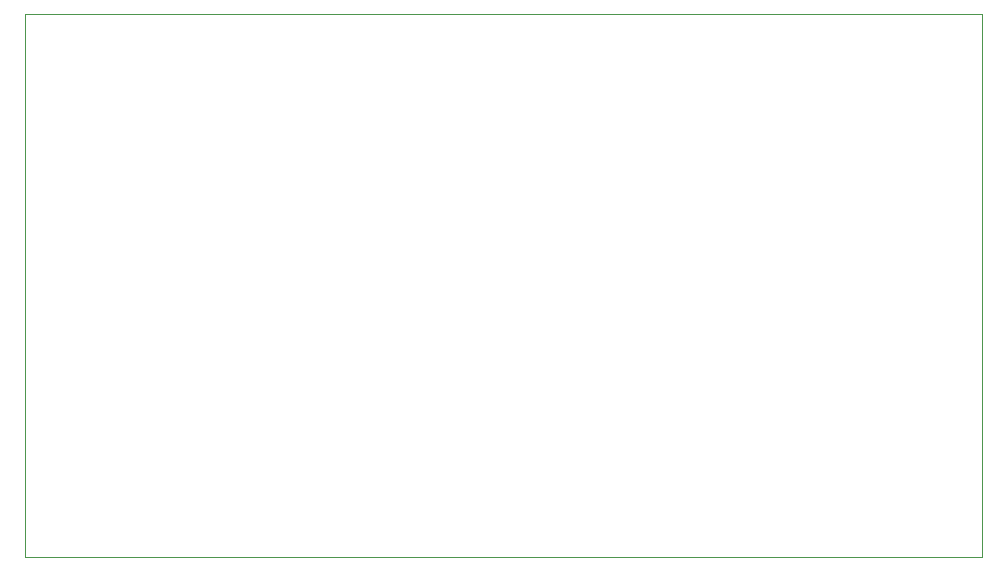
<source format=gm1>
G04 #@! TF.GenerationSoftware,KiCad,Pcbnew,(6.0.5)*
G04 #@! TF.CreationDate,2024-08-24T22:28:27-07:00*
G04 #@! TF.ProjectId,XTMAX_PCB,58544d41-585f-4504-9342-2e6b69636164,rev?*
G04 #@! TF.SameCoordinates,Original*
G04 #@! TF.FileFunction,Profile,NP*
%FSLAX46Y46*%
G04 Gerber Fmt 4.6, Leading zero omitted, Abs format (unit mm)*
G04 Created by KiCad (PCBNEW (6.0.5)) date 2024-08-24 22:28:27*
%MOMM*%
%LPD*%
G01*
G04 APERTURE LIST*
G04 #@! TA.AperFunction,Profile*
%ADD10C,0.100000*%
G04 #@! TD*
G04 APERTURE END LIST*
D10*
X169164000Y-113284000D02*
X88138000Y-113284000D01*
X169164000Y-113284000D02*
X169164000Y-67310000D01*
X169164000Y-67310000D02*
X88138000Y-67310000D01*
X88138000Y-113284000D02*
X88138000Y-67310000D01*
M02*

</source>
